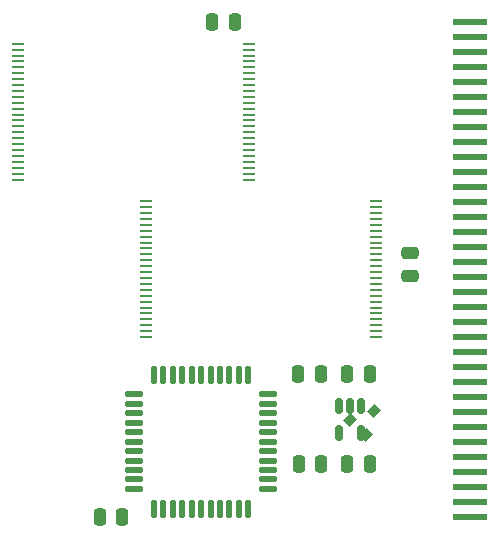
<source format=gtp>
G04 #@! TF.GenerationSoftware,KiCad,Pcbnew,6.0.8-f2edbf62ab~116~ubuntu22.04.1*
G04 #@! TF.CreationDate,2022-10-13T11:13:52+02:00*
G04 #@! TF.ProjectId,PCMCIA_SRAM,50434d43-4941-45f5-9352-414d2e6b6963,v1.0*
G04 #@! TF.SameCoordinates,Original*
G04 #@! TF.FileFunction,Paste,Top*
G04 #@! TF.FilePolarity,Positive*
%FSLAX46Y46*%
G04 Gerber Fmt 4.6, Leading zero omitted, Abs format (unit mm)*
G04 Created by KiCad (PCBNEW 6.0.8-f2edbf62ab~116~ubuntu22.04.1) date 2022-10-13 11:13:52*
%MOMM*%
%LPD*%
G01*
G04 APERTURE LIST*
G04 Aperture macros list*
%AMRoundRect*
0 Rectangle with rounded corners*
0 $1 Rounding radius*
0 $2 $3 $4 $5 $6 $7 $8 $9 X,Y pos of 4 corners*
0 Add a 4 corners polygon primitive as box body*
4,1,4,$2,$3,$4,$5,$6,$7,$8,$9,$2,$3,0*
0 Add four circle primitives for the rounded corners*
1,1,$1+$1,$2,$3*
1,1,$1+$1,$4,$5*
1,1,$1+$1,$6,$7*
1,1,$1+$1,$8,$9*
0 Add four rect primitives between the rounded corners*
20,1,$1+$1,$2,$3,$4,$5,0*
20,1,$1+$1,$4,$5,$6,$7,0*
20,1,$1+$1,$6,$7,$8,$9,0*
20,1,$1+$1,$8,$9,$2,$3,0*%
%AMRotRect*
0 Rectangle, with rotation*
0 The origin of the aperture is its center*
0 $1 length*
0 $2 width*
0 $3 Rotation angle, in degrees counterclockwise*
0 Add horizontal line*
21,1,$1,$2,0,0,$3*%
G04 Aperture macros list end*
%ADD10RotRect,0.900000X0.800000X45.000000*%
%ADD11R,3.000000X0.600000*%
%ADD12R,1.100000X0.250000*%
%ADD13RoundRect,0.137500X-0.600000X-0.137500X0.600000X-0.137500X0.600000X0.137500X-0.600000X0.137500X0*%
%ADD14RoundRect,0.137500X-0.137500X-0.600000X0.137500X-0.600000X0.137500X0.600000X-0.137500X0.600000X0*%
%ADD15RoundRect,0.150000X-0.150000X0.512500X-0.150000X-0.512500X0.150000X-0.512500X0.150000X0.512500X0*%
%ADD16RoundRect,0.250000X-0.250000X-0.475000X0.250000X-0.475000X0.250000X0.475000X-0.250000X0.475000X0*%
%ADD17RoundRect,0.250000X0.250000X0.475000X-0.250000X0.475000X-0.250000X-0.475000X0.250000X-0.475000X0*%
%ADD18RoundRect,0.250000X0.475000X-0.250000X0.475000X0.250000X-0.475000X0.250000X-0.475000X-0.250000X0*%
G04 APERTURE END LIST*
D10*
X194836142Y-116240355D03*
X196179645Y-117583858D03*
X196922107Y-115497893D03*
D11*
X205025000Y-124465000D03*
X205025000Y-123195000D03*
X205025000Y-121925000D03*
X205025000Y-120655000D03*
X205025000Y-119385000D03*
X205025000Y-118115000D03*
X205025000Y-116845000D03*
X205025000Y-115575000D03*
X205025000Y-114305000D03*
X205025000Y-113035000D03*
X205025000Y-111765000D03*
X205025000Y-110495000D03*
X205025000Y-109225000D03*
X205025000Y-107955000D03*
X205025000Y-106685000D03*
X205025000Y-105415000D03*
X205025000Y-104145000D03*
X205025000Y-102875000D03*
X205025000Y-101605000D03*
X205025000Y-100335000D03*
X205025000Y-99065000D03*
X205025000Y-97795000D03*
X205025000Y-96525000D03*
X205025000Y-95255000D03*
X205025000Y-93985000D03*
X205025000Y-92715000D03*
X205025000Y-91445000D03*
X205025000Y-90175000D03*
X205025000Y-88905000D03*
X205025000Y-87635000D03*
X205025000Y-86365000D03*
X205025000Y-85095000D03*
X205025000Y-83825000D03*
X205025000Y-82555000D03*
D12*
X166780000Y-84420000D03*
X166780000Y-84920000D03*
X166780000Y-85420000D03*
X166780000Y-85920000D03*
X166780000Y-86420000D03*
X166780000Y-86920000D03*
X166780000Y-87420000D03*
X166780000Y-87920000D03*
X166780000Y-88420000D03*
X166780000Y-88920000D03*
X166780000Y-89420000D03*
X166780000Y-89920000D03*
X166780000Y-90420000D03*
X166780000Y-90920000D03*
X166780000Y-91420000D03*
X166780000Y-91920000D03*
X166780000Y-92420000D03*
X166780000Y-92920000D03*
X166780000Y-93420000D03*
X166780000Y-93920000D03*
X166780000Y-94420000D03*
X166780000Y-94920000D03*
X166780000Y-95420000D03*
X166780000Y-95920000D03*
X186280000Y-95920000D03*
X186280000Y-95420000D03*
X186280000Y-94920000D03*
X186280000Y-94420000D03*
X186280000Y-93920000D03*
X186280000Y-93420000D03*
X186280000Y-92920000D03*
X186280000Y-92420000D03*
X186280000Y-91920000D03*
X186280000Y-91420000D03*
X186280000Y-90920000D03*
X186280000Y-90420000D03*
X186280000Y-89920000D03*
X186280000Y-89420000D03*
X186280000Y-88920000D03*
X186280000Y-88420000D03*
X186280000Y-87920000D03*
X186280000Y-87420000D03*
X186280000Y-86920000D03*
X186280000Y-86420000D03*
X186280000Y-85920000D03*
X186280000Y-85420000D03*
X186280000Y-84920000D03*
X186280000Y-84420000D03*
X177575000Y-97755000D03*
X177575000Y-98255000D03*
X177575000Y-98755000D03*
X177575000Y-99255000D03*
X177575000Y-99755000D03*
X177575000Y-100255000D03*
X177575000Y-100755000D03*
X177575000Y-101255000D03*
X177575000Y-101755000D03*
X177575000Y-102255000D03*
X177575000Y-102755000D03*
X177575000Y-103255000D03*
X177575000Y-103755000D03*
X177575000Y-104255000D03*
X177575000Y-104755000D03*
X177575000Y-105255000D03*
X177575000Y-105755000D03*
X177575000Y-106255000D03*
X177575000Y-106755000D03*
X177575000Y-107255000D03*
X177575000Y-107755000D03*
X177575000Y-108255000D03*
X177575000Y-108755000D03*
X177575000Y-109255000D03*
X197075000Y-109255000D03*
X197075000Y-108755000D03*
X197075000Y-108255000D03*
X197075000Y-107755000D03*
X197075000Y-107255000D03*
X197075000Y-106755000D03*
X197075000Y-106255000D03*
X197075000Y-105755000D03*
X197075000Y-105255000D03*
X197075000Y-104755000D03*
X197075000Y-104255000D03*
X197075000Y-103755000D03*
X197075000Y-103255000D03*
X197075000Y-102755000D03*
X197075000Y-102255000D03*
X197075000Y-101755000D03*
X197075000Y-101255000D03*
X197075000Y-100755000D03*
X197075000Y-100255000D03*
X197075000Y-99755000D03*
X197075000Y-99255000D03*
X197075000Y-98755000D03*
X197075000Y-98255000D03*
X197075000Y-97755000D03*
D13*
X176582500Y-114110000D03*
X176582500Y-114910000D03*
X176582500Y-115710000D03*
X176582500Y-116510000D03*
X176582500Y-117310000D03*
X176582500Y-118110000D03*
X176582500Y-118910000D03*
X176582500Y-119710000D03*
X176582500Y-120510000D03*
X176582500Y-121310000D03*
X176582500Y-122110000D03*
D14*
X178245000Y-123772500D03*
X179045000Y-123772500D03*
X179845000Y-123772500D03*
X180645000Y-123772500D03*
X181445000Y-123772500D03*
X182245000Y-123772500D03*
X183045000Y-123772500D03*
X183845000Y-123772500D03*
X184645000Y-123772500D03*
X185445000Y-123772500D03*
X186245000Y-123772500D03*
D13*
X187907500Y-122110000D03*
X187907500Y-121310000D03*
X187907500Y-120510000D03*
X187907500Y-119710000D03*
X187907500Y-118910000D03*
X187907500Y-118110000D03*
X187907500Y-117310000D03*
X187907500Y-116510000D03*
X187907500Y-115710000D03*
X187907500Y-114910000D03*
X187907500Y-114110000D03*
D14*
X186245000Y-112447500D03*
X185445000Y-112447500D03*
X184645000Y-112447500D03*
X183845000Y-112447500D03*
X183045000Y-112447500D03*
X182245000Y-112447500D03*
X181445000Y-112447500D03*
X180645000Y-112447500D03*
X179845000Y-112447500D03*
X179045000Y-112447500D03*
X178245000Y-112447500D03*
D15*
X195818800Y-115092900D03*
X194868800Y-115092900D03*
X193918800Y-115092900D03*
X193918800Y-117367900D03*
X195818800Y-117367900D03*
D16*
X190487500Y-112395000D03*
X192387500Y-112395000D03*
X190517500Y-120015000D03*
X192417500Y-120015000D03*
D17*
X175575000Y-124460000D03*
X173675000Y-124460000D03*
D16*
X183200000Y-82550000D03*
X185100000Y-82550000D03*
D18*
X199961500Y-104074000D03*
X199961500Y-102174000D03*
D16*
X194630000Y-120015000D03*
X196530000Y-120015000D03*
X194630000Y-112395000D03*
X196530000Y-112395000D03*
M02*

</source>
